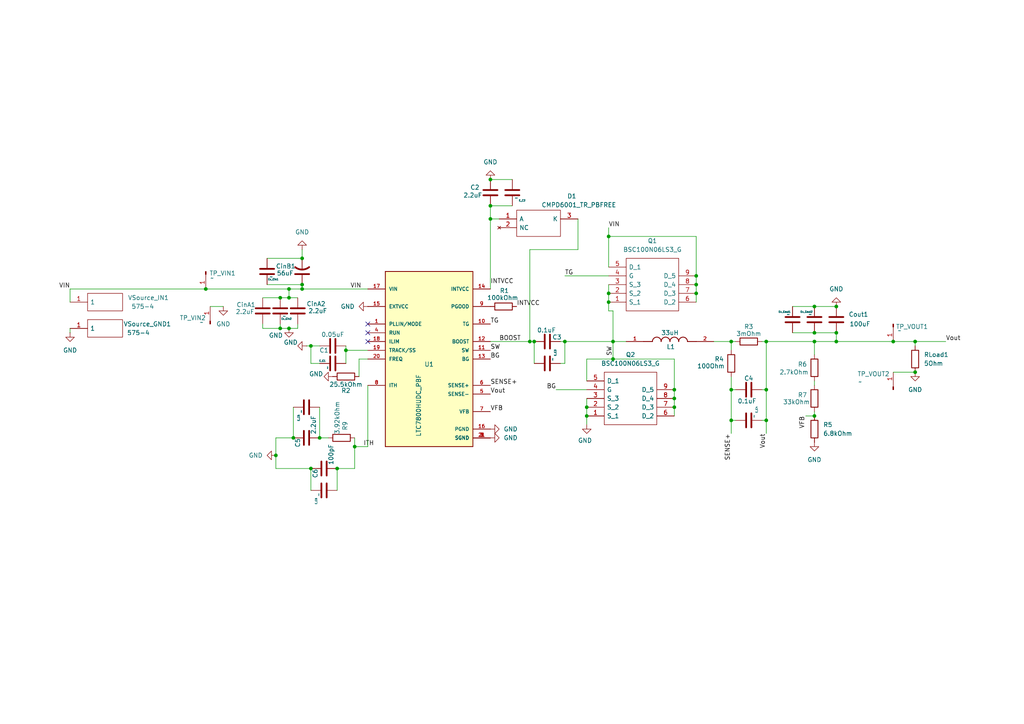
<source format=kicad_sch>
(kicad_sch (version 20250114) (generator "eeschema") (generator_version "9.0")
  (paper "A4")
  (lib_symbols
    (symbol "575-4:575-4" (pin_names (offset 0.762))
      (property "Reference" "TP" (at 16.51 7.62 0))
      (property "Value" "575-4" (at 16.51 5.08 0))
      (symbol "575-4_0_0"
        (pin passive line (at 0 0 0) (length 5.08) (name "1") (number "1"))
      )
      (symbol "575-4_0_1"
        (polyline (pts (xy 5.08 2.54) (xy 15.24 2.54) (xy 15.24 -2.54) (xy 5.08 -2.54) (xy 5.08 2.54)) (stroke (width 0.1524)))
      )
    )
    (symbol "BSC100N06LS3_G:BSC100N06LS3_G" (pin_names (offset 0.762))
      (property "Reference" "Q" (at 21.59 7.62 0))
      (property "Value" "BSC100N06LS3_G" (at 21.59 5.08 0))
      (symbol "BSC100N06LS3_G_0_0"
        (pin passive line (at 0 0 0) (length 5.08) (name "S_1") (number "1"))
        (pin passive line (at 0 -2.54 0) (length 5.08) (name "S_2") (number "2"))
        (pin passive line (at 0 -5.08 0) (length 5.08) (name "S_3") (number "3"))
        (pin passive line (at 0 -7.62 0) (length 5.08) (name "G") (number "4"))
        (pin passive line (at 0 -10.16 0) (length 5.08) (name "D_1") (number "5"))
        (pin passive line (at 25.4 0 180) (length 5.08) (name "D_2") (number "6"))
        (pin passive line (at 25.4 -2.54 180) (length 5.08) (name "D_3") (number "7"))
        (pin passive line (at 25.4 -5.08 180) (length 5.08) (name "D_4") (number "8"))
        (pin passive line (at 25.4 -7.62 180) (length 5.08) (name "D_5") (number "9"))
      )
      (symbol "BSC100N06LS3_G_0_1"
        (polyline (pts (xy 5.08 2.54) (xy 20.32 2.54) (xy 20.32 -12.7) (xy 5.08 -12.7) (xy 5.08 2.54)) (stroke (width 0.1524)))
      )
    )
    (symbol "CMPD6001_TR_PBFREE:CMPD6001_TR_PBFREE" (pin_names (offset 0.762))
      (property "Reference" "D" (at 19.05 7.62 0))
      (property "Value" "CMPD6001_TR_PBFREE" (at 19.05 5.08 0))
      (symbol "CMPD6001_TR_PBFREE_0_0"
        (pin passive line (at 0 0 0) (length 5.08) (name "A") (number "1"))
        (pin no_connect line (at 0 -2.54 0) (length 5.08) (name "NC") (number "2"))
        (pin passive line (at 22.86 0 180) (length 5.08) (name "K") (number "3"))
      )
      (symbol "CMPD6001_TR_PBFREE_0_1"
        (polyline (pts (xy 5.08 2.54) (xy 17.78 2.54) (xy 17.78 -5.08) (xy 5.08 -5.08) (xy 5.08 2.54)) (stroke (width 0.1524)))
      )
    )
    (symbol "Connector:Conn_01x01_Pin" (pin_names (offset 1.016) (hide yes))
      (property "Reference" "J" (at 0 2.54 0))
      (property "Value" "Conn_01x01_Pin" (at 0 -2.54 0))
      (symbol "Conn_01x01_Pin_1_1"
        (rectangle (start 0.8636 0.127) (end 0 -0.127) (stroke (width 0.1524)) (fill (type outline)))
        (polyline (pts (xy 1.27 0) (xy 0.8636 0)) (stroke (width 0.1524)))
        (pin passive line (at 5.08 0 180) (length 3.81) (name "Pin_1") (number "1"))
      )
    )
    (symbol "Device:C" (pin_numbers (hide yes)) (pin_names (offset 0.254))
      (property "Reference" "C" (at 0.635 2.54 0))
      (property "Value" "C" (at 0.635 -2.54 0))
      (symbol "C_0_1"
        (polyline (pts (xy -2.032 0.762) (xy 2.032 0.762)) (stroke (width 0.508)))
        (polyline (pts (xy -2.032 -0.762) (xy 2.032 -0.762)) (stroke (width 0.508)))
      )
      (symbol "C_1_1"
        (pin passive line (at 0 3.81 270) (length 2.794) (name "~") (number "1"))
        (pin passive line (at 0 -3.81 90) (length 2.794) (name "~") (number "2"))
      )
    )
    (symbol "Device:C_US" (pin_numbers (hide yes)) (pin_names (offset 0.254) (hide yes))
      (property "Reference" "C" (at 0.635 2.54 0))
      (property "Value" "C_US" (at 0.635 -2.54 0))
      (symbol "C_US_0_1"
        (polyline (pts (xy -2.032 0.762) (xy 2.032 0.762)) (stroke (width 0.508)))
        (arc (start -2.032 -1.27) (mid 0 -0.5572) (end 2.032 -1.27) (stroke (width 0.508)))
      )
      (symbol "C_US_1_1"
        (pin passive line (at 0 3.81 270) (length 2.794) (name "~") (number "1"))
        (pin passive line (at 0 -3.81 90) (length 3.302) (name "~") (number "2"))
      )
    )
    (symbol "Device:R" (pin_numbers (hide yes)) (pin_names (offset 0))
      (property "Reference" "R" (at 2.032 0 90))
      (property "Value" "R" (at 0 0 90))
      (symbol "R_0_1"
        (rectangle (start -1.016 -2.54) (end 1.016 2.54) (stroke (width 0.254)))
      )
      (symbol "R_1_1"
        (pin passive line (at 0 3.81 270) (length 1.27) (name "~") (number "1"))
        (pin passive line (at 0 -3.81 90) (length 1.27) (name "~") (number "2"))
      )
    )
    (symbol "LTC7800HUDC_PBF:LTC7800HUDC_PBF" (pin_names (offset 1.016))
      (property "Reference" "U" (at -12.7145 26.1919 0))
      (property "Value" "LTC7800HUDC_PBF" (at -12.7165 -27.9764 0))
      (symbol "LTC7800HUDC_PBF_0_0"
        (rectangle (start -12.7 -25.4) (end 12.7 25.4) (stroke (width 0.254)) (fill (type background)))
        (pin input line (at -17.78 20.32 0) (length 5.08) (name "VIN") (number "17"))
        (pin input line (at -17.78 15.24 0) (length 5.08) (name "EXTVCC") (number "15"))
        (pin input line (at -17.78 10.16 0) (length 5.08) (name "PLLIN/MODE") (number "1"))
        (pin input line (at -17.78 7.62 0) (length 5.08) (name "RUN") (number "4"))
        (pin input line (at -17.78 5.08 0) (length 5.08) (name "ILIM") (number "18"))
        (pin input line (at -17.78 2.54 0) (length 5.08) (name "TRACK/SS") (number "19"))
        (pin input line (at -17.78 0 0) (length 5.08) (name "FREQ") (number "20"))
        (pin passive line (at -17.78 -7.62 0) (length 5.08) (name "ITH") (number "8"))
        (pin output line (at 17.78 20.32 180) (length 5.08) (name "INTVCC") (number "14"))
        (pin output line (at 17.78 15.24 180) (length 5.08) (name "PGOOD") (number "9"))
        (pin output line (at 17.78 10.16 180) (length 5.08) (name "TG") (number "10"))
        (pin passive line (at 17.78 5.08 180) (length 5.08) (name "BOOST") (number "12"))
        (pin passive line (at 17.78 2.54 180) (length 5.08) (name "SW") (number "11"))
        (pin output line (at 17.78 0 180) (length 5.08) (name "BG") (number "13"))
        (pin input line (at 17.78 -7.62 180) (length 5.08) (name "SENSE+") (number "6"))
        (pin input line (at 17.78 -10.16 180) (length 5.08) (name "SENSE-") (number "5"))
        (pin input line (at 17.78 -15.24 180) (length 5.08) (name "VFB") (number "7"))
        (pin power_in line (at 17.78 -20.32 180) (length 5.08) (name "PGND") (number "16"))
        (pin power_in line (at 17.78 -22.86 180) (length 5.08) (name "SGND") (number "2"))
        (pin power_in line (at 17.78 -22.86 180) (length 5.08) (name "SGND") (number "21"))
        (pin power_in line (at 17.78 -22.86 180) (length 5.08) (name "SGND") (number "3"))
      )
    )
    (symbol "XGL1010-333MED:XGL1010-333MED" (pin_names (offset 1.016))
      (property "Reference" "L" (at -10.16 7.62 0))
      (property "Value" "XGL1010-333MED" (at -10.16 5.08 0))
      (symbol "XGL1010-333MED_0_0"
        (polyline (pts (xy -5.08 0) (xy -7.62 0)) (stroke (width 0.254)))
        (arc (start -5.08 0) (mid -3.81 1.2645) (end -2.54 0) (stroke (width 0.254)))
        (arc (start -2.54 0) (mid -1.27 1.2645) (end 0 0) (stroke (width 0.254)))
        (arc (start 0 0) (mid 1.27 1.2645) (end 2.54 0) (stroke (width 0.254)))
        (arc (start 2.54 0) (mid 3.81 1.2645) (end 5.08 0) (stroke (width 0.254)))
        (polyline (pts (xy 5.08 0) (xy 7.62 0)) (stroke (width 0.254)))
        (pin passive line (at -12.7 0 0) (length 5.08) (name "~") (number "1"))
        (pin passive line (at 12.7 0 180) (length 5.08) (name "~") (number "2"))
      )
    )
    (symbol "power:GND" (power) (pin_numbers (hide yes)) (pin_names (offset 0) (hide yes))
      (property "Value" "GND" (at 0 -3.81 0))
      (symbol "GND_0_1"
        (polyline (pts (xy 0 0) (xy 0 -1.27) (xy 1.27 -1.27) (xy 0 -2.54) (xy -1.27 -1.27) (xy 0 -1.27)))
      )
      (symbol "GND_1_1"
        (pin power_in line (at 0 0 270) (length 0) (name "~") (number "1"))
      )
    )
  )
  (junction (at 212.09 121.92))
  (junction (at 242.57 96.52))
  (junction (at 201.93 80.01))
  (junction (at 83.82 86.36))
  (junction (at 259.08 99.06))
  (junction (at 142.24 63.5))
  (junction (at 142.24 59.69))
  (junction (at 90.17 100.33))
  (junction (at 195.58 115.57))
  (junction (at 236.22 99.06))
  (junction (at 222.25 113.03))
  (junction (at 265.43 107.95))
  (junction (at 97.79 135.89))
  (junction (at 195.58 118.11))
  (junction (at 100.33 101.6))
  (junction (at 90.17 135.89))
  (junction (at 265.43 99.06))
  (junction (at 170.18 118.11))
  (junction (at 177.8 99.06))
  (junction (at 170.18 120.65))
  (junction (at 59.69 83.82))
  (junction (at 222.25 121.92))
  (junction (at 83.82 83.82))
  (junction (at 212.09 99.06))
  (junction (at 83.82 95.25))
  (junction (at 176.53 85.09))
  (junction (at 236.22 96.52))
  (junction (at 176.53 68.58))
  (junction (at 87.63 82.55))
  (junction (at 154.94 99.06))
  (junction (at 102.87 129.54))
  (junction (at 87.63 74.93))
  (junction (at 163.83 99.06))
  (junction (at 236.22 88.9))
  (junction (at 176.53 87.63))
  (junction (at 87.63 83.82))
  (junction (at 195.58 113.03))
  (junction (at 201.93 85.09))
  (junction (at 92.71 127))
  (junction (at 201.93 82.55))
  (junction (at 80.01 132.08))
  (junction (at 85.09 127))
  (junction (at 242.57 88.9))
  (junction (at 212.09 113.03))
  (junction (at 236.22 120.65))
  (junction (at 81.28 95.25))
  (junction (at 142.24 52.07))
  (junction (at 222.25 99.06))
  (junction (at 242.57 99.06))
  (junction (at 153.67 99.06))
  (junction (at 177.8 104.14))
  (junction (at 81.28 86.36))
  (no_connect (at 106.68 99.06))
  (no_connect (at 106.68 93.98))
  (no_connect (at 106.68 96.52))
  (wire (pts (xy 81.28 93.98) (xy 81.28 95.25)))
  (wire (pts (xy 207.01 99.06) (xy 212.09 99.06)))
  (wire (pts (xy 81.28 95.25) (xy 83.82 95.25)))
  (wire (pts (xy 142.24 63.5) (xy 142.24 83.82)))
  (wire (pts (xy 76.2 95.25) (xy 81.28 95.25)))
  (wire (pts (xy 167.64 72.39) (xy 153.67 72.39)))
  (wire (pts (xy 242.57 96.52) (xy 242.57 99.06)))
  (wire (pts (xy 104.14 104.14) (xy 106.68 104.14)))
  (wire (pts (xy 265.43 99.06) (xy 265.43 100.33)))
  (wire (pts (xy 201.93 80.01) (xy 201.93 82.55)))
  (wire (pts (xy 102.87 129.54) (xy 106.68 129.54)))
  (wire (pts (xy 20.32 83.82) (xy 20.32 87.63)))
  (wire (pts (xy 80.01 127) (xy 85.09 127)))
  (wire (pts (xy 176.53 66.04) (xy 176.53 68.58)))
  (wire (pts (xy 81.28 86.36) (xy 83.82 86.36)))
  (wire (pts (xy 222.25 99.06) (xy 236.22 99.06)))
  (wire (pts (xy 212.09 109.22) (xy 212.09 113.03)))
  (wire (pts (xy 222.25 121.92) (xy 222.25 125.73)))
  (wire (pts (xy 170.18 118.11) (xy 170.18 115.57)))
  (wire (pts (xy 90.17 100.33) (xy 92.71 100.33)))
  (wire (pts (xy 142.24 59.69) (xy 148.59 59.69)))
  (wire (pts (xy 106.68 129.54) (xy 106.68 111.76)))
  (wire (pts (xy 90.17 105.41) (xy 90.17 100.33)))
  (wire (pts (xy 212.09 121.92) (xy 212.09 125.73)))
  (wire (pts (xy 167.64 63.5) (xy 167.64 72.39)))
  (wire (pts (xy 76.2 86.36) (xy 81.28 86.36)))
  (wire (pts (xy 88.9 100.33) (xy 90.17 100.33)))
  (wire (pts (xy 201.93 80.01) (xy 201.93 68.58)))
  (wire (pts (xy 265.43 99.06) (xy 274.32 99.06)))
  (wire (pts (xy 176.53 82.55) (xy 176.53 85.09)))
  (wire (pts (xy 236.22 110.49) (xy 236.22 111.76)))
  (wire (pts (xy 212.09 121.92) (xy 213.36 121.92)))
  (wire (pts (xy 229.87 88.9) (xy 236.22 88.9)))
  (wire (pts (xy 87.63 83.82) (xy 106.68 83.82)))
  (wire (pts (xy 220.98 113.03) (xy 222.25 113.03)))
  (wire (pts (xy 176.53 90.17) (xy 177.8 90.17)))
  (wire (pts (xy 212.09 113.03) (xy 213.36 113.03)))
  (wire (pts (xy 60.96 88.9) (xy 64.77 88.9)))
  (wire (pts (xy 92.71 127) (xy 95.25 127)))
  (wire (pts (xy 100.33 101.6) (xy 106.68 101.6)))
  (wire (pts (xy 102.87 129.54) (xy 102.87 135.89)))
  (wire (pts (xy 83.82 83.82) (xy 87.63 83.82)))
  (wire (pts (xy 170.18 120.65) (xy 170.18 123.19)))
  (wire (pts (xy 212.09 99.06) (xy 212.09 101.6)))
  (wire (pts (xy 220.98 99.06) (xy 222.25 99.06)))
  (wire (pts (xy 176.53 87.63) (xy 176.53 90.17)))
  (wire (pts (xy 162.56 105.41) (xy 163.83 105.41)))
  (wire (pts (xy 87.63 72.39) (xy 87.63 74.93)))
  (wire (pts (xy 59.69 83.82) (xy 83.82 83.82)))
  (wire (pts (xy 220.98 121.92) (xy 222.25 121.92)))
  (wire (pts (xy 83.82 83.82) (xy 83.82 86.36)))
  (wire (pts (xy 80.01 132.08) (xy 80.01 127)))
  (wire (pts (xy 83.82 95.25) (xy 86.36 95.25)))
  (wire (pts (xy 86.36 95.25) (xy 86.36 93.98)))
  (wire (pts (xy 77.47 74.93) (xy 87.63 74.93)))
  (wire (pts (xy 222.25 99.06) (xy 222.25 113.03)))
  (wire (pts (xy 76.2 95.25) (xy 76.2 93.98)))
  (wire (pts (xy 236.22 99.06) (xy 242.57 99.06)))
  (wire (pts (xy 80.01 132.08) (xy 80.01 135.89)))
  (wire (pts (xy 80.01 135.89) (xy 90.17 135.89)))
  (wire (pts (xy 154.94 99.06) (xy 154.94 105.41)))
  (wire (pts (xy 142.24 99.06) (xy 153.67 99.06)))
  (wire (pts (xy 170.18 110.49) (xy 170.18 104.14)))
  (wire (pts (xy 242.57 99.06) (xy 259.08 99.06)))
  (wire (pts (xy 195.58 113.03) (xy 195.58 104.14)))
  (wire (pts (xy 97.79 135.89) (xy 97.79 142.24)))
  (wire (pts (xy 170.18 104.14) (xy 177.8 104.14)))
  (wire (pts (xy 90.17 135.89) (xy 90.17 142.24)))
  (wire (pts (xy 177.8 99.06) (xy 177.8 90.17)))
  (wire (pts (xy 170.18 120.65) (xy 170.18 118.11)))
  (wire (pts (xy 154.94 99.06) (xy 153.67 99.06)))
  (wire (pts (xy 20.32 95.25) (xy 20.32 96.52)))
  (wire (pts (xy 236.22 99.06) (xy 236.22 102.87)))
  (wire (pts (xy 176.53 68.58) (xy 201.93 68.58)))
  (wire (pts (xy 142.24 63.5) (xy 144.78 63.5)))
  (wire (pts (xy 163.83 80.01) (xy 176.53 80.01)))
  (wire (pts (xy 259.08 107.95) (xy 265.43 107.95)))
  (wire (pts (xy 195.58 115.57) (xy 195.58 118.11)))
  (wire (pts (xy 236.22 88.9) (xy 242.57 88.9)))
  (wire (pts (xy 142.24 59.69) (xy 142.24 63.5)))
  (wire (pts (xy 259.08 99.06) (xy 265.43 99.06)))
  (wire (pts (xy 83.82 86.36) (xy 86.36 86.36)))
  (wire (pts (xy 212.09 99.06) (xy 213.36 99.06)))
  (wire (pts (xy 229.87 96.52) (xy 236.22 96.52)))
  (wire (pts (xy 77.47 82.55) (xy 87.63 82.55)))
  (wire (pts (xy 233.68 120.65) (xy 236.22 120.65)))
  (wire (pts (xy 176.53 68.58) (xy 176.53 77.47)))
  (wire (pts (xy 163.83 99.06) (xy 177.8 99.06)))
  (wire (pts (xy 195.58 113.03) (xy 195.58 115.57)))
  (wire (pts (xy 100.33 101.6) (xy 100.33 105.41)))
  (wire (pts (xy 177.8 99.06) (xy 181.61 99.06)))
  (wire (pts (xy 162.56 99.06) (xy 163.83 99.06)))
  (wire (pts (xy 161.29 113.03) (xy 170.18 113.03)))
  (wire (pts (xy 222.25 113.03) (xy 222.25 121.92)))
  (wire (pts (xy 212.09 113.03) (xy 212.09 121.92)))
  (wire (pts (xy 92.71 105.41) (xy 90.17 105.41)))
  (wire (pts (xy 236.22 96.52) (xy 242.57 96.52)))
  (wire (pts (xy 153.67 72.39) (xy 153.67 99.06)))
  (wire (pts (xy 195.58 118.11) (xy 195.58 120.65)))
  (wire (pts (xy 87.63 82.55) (xy 87.63 83.82)))
  (wire (pts (xy 104.14 109.22) (xy 104.14 104.14)))
  (wire (pts (xy 102.87 127) (xy 102.87 129.54)))
  (wire (pts (xy 100.33 100.33) (xy 100.33 101.6)))
  (wire (pts (xy 97.79 135.89) (xy 102.87 135.89)))
  (wire (pts (xy 85.09 118.11) (xy 85.09 127)))
  (wire (pts (xy 195.58 104.14) (xy 177.8 104.14)))
  (wire (pts (xy 142.24 52.07) (xy 148.59 52.07)))
  (wire (pts (xy 201.93 85.09) (xy 201.93 87.63)))
  (wire (pts (xy 176.53 85.09) (xy 176.53 87.63)))
  (wire (pts (xy 236.22 119.38) (xy 236.22 120.65)))
  (wire (pts (xy 92.71 118.11) (xy 92.71 127)))
  (wire (pts (xy 20.32 83.82) (xy 59.69 83.82)))
  (wire (pts (xy 163.83 105.41) (xy 163.83 99.06)))
  (wire (pts (xy 177.8 99.06) (xy 177.8 104.14)))
  (wire (pts (xy 201.93 82.55) (xy 201.93 85.09)))
  (label "BOOST" (at 144.78 99.06 0))
  (label "SENSE+" (at 212.09 125.73 270))
  (label "SENSE+" (at 142.24 111.76 0))
  (label "INTVCC" (at 142.24 82.55 0))
  (label "Vout" (at 274.32 99.06 0))
  (label "VIN" (at 101.6 83.82 0))
  (label "TG" (at 163.83 80.01 0))
  (label "BG" (at 142.24 104.14 0))
  (label "VFB" (at 142.24 119.38 0))
  (label "VIN" (at 20.32 83.82 180))
  (label "VIN" (at 176.53 66.04 0))
  (label "TG" (at 142.24 93.98 0))
  (label "VFB" (at 233.68 120.65 270))
  (label "ITH" (at 105.41 129.54 0))
  (label "SW" (at 142.24 101.6 0))
  (label "Vout" (at 142.24 114.3 0))
  (label "BG" (at 161.29 113.03 180))
  (label "INTVCC" (at 149.86 88.9 0))
  (label "Vout" (at 222.25 125.73 270))
  (label "SW" (at 177.8 100.33 270))
  (symbol (lib_id "Device:C") (at 88.9 118.11 90) (unit 1)
    (property "Reference" "E_C5" (at 86.614 122.174 0) (effects (font (size 0.508 0.508)) (justify left)))
    (property "Value" "~" (at 87.376 119.888 0) (effects (justify left)))
    (property "Footprint" "Capacitor_SMD:C_0805_2012Metric_Pad1.18x1.45mm_HandSolder" (effects (hide yes)))
    (property "Description" "Unpolarized capacitor" (effects (hide yes)))
  )
  (symbol (lib_id "CMPD6001_TR_PBFREE:CMPD6001_TR_PBFREE") (at 144.78 63.5 0) (unit 1)
    (property "Reference" "D1" (at 165.862 56.896 0))
    (property "Value" "CMPD6001_TR_PBFREE" (at 167.894 59.436 0))
    (property "Footprint" "Diode_SMD:SOT95P230X109-3N" (effects (hide yes)))
    (property "Datasheet" "https://my.centralsemi.com/datasheets/CMPD6001-A-C-S_R1.PDF" (effects (hide yes)))
    (property "Description" "Diode 75 V 250mA Surface Mount SOT-23" (effects (hide yes)))
    (property "Description_1" "Diode 75 V 250mA Surface Mount SOT-23" (effects (hide yes)))
    (property "Height" "1.09" (effects (hide yes)))
    (property "Manufacturer_Name" "Central Semiconductor" (effects (hide yes)))
    (property "Manufacturer_Part_Number" "CMPD6001 TR PBFREE" (effects (hide yes)))
    (property "Mouser Part Number" "610-CMPD6001" (effects (hide yes)))
    (property "Mouser Price/Stock" "https://www.mouser.co.uk/ProductDetail/Central-Semiconductor/CMPD6001-TR-PBFREE?qs=u16ybLDytRYCeZzXsIxPrw%3D%3D" (effects (hide yes)))
    (property "Arrow Part Number" "CMPD6001 TR PBFREE" (effects (hide yes)))
    (property "Arrow Price/Stock" "https://www.arrow.com/en/products/cmpd6001trpbfree/central-semiconductor" (effects (hide yes)))
  )
  (symbol (lib_id "power:GND") (at 106.68 88.9 270) (unit 1)
    (property "Reference" "#PWR06" (effects (hide yes)))
    (property "Value" "GND" (at 102.87 88.8999 90) (effects (justify right)))
    (property "Description" "Power symbol creates a global label with name \"GND\" , ground" (effects (hide yes)))
  )
  (symbol (lib_id "Device:C") (at 96.52 105.41 90) (unit 1)
    (property "Reference" "E_C1" (at 94.488 104.648 90) (effects (font (size 0.508 0.508)) (justify left)))
    (property "Value" "~" (at 94.996 107.188 0) (effects (justify left)))
    (property "Footprint" "Capacitor_SMD:C_0805_2012Metric_Pad1.18x1.45mm_HandSolder" (effects (hide yes)))
    (property "Description" "Unpolarized capacitor" (effects (hide yes)))
  )
  (symbol (lib_id "Connector:Conn_01x01_Pin") (at 259.08 113.03 90) (unit 1)
    (property "Reference" "TP_VOUT2" (at 248.666 108.458 90) (effects (justify right)))
    (property "Value" "~" (at 248.92 110.744 90) (effects (justify right)))
    (property "Footprint" "Connector_PinHeader_2.54mm:PinHeader_1x01_P2.54mm_Vertical" (effects (hide yes)))
    (property "Description" "Generic connector, single row, 01x01, script generated" (effects (hide yes)))
  )
  (symbol (lib_id "Connector:Conn_01x01_Pin") (at 259.08 93.98 270) (unit 1)
    (property "Reference" "TP_VOUT1" (at 259.842 94.742 90) (effects (justify left)))
    (property "Value" "~" (at 260.35 95.8849 90) (effects (justify left)))
    (property "Footprint" "Connector_PinHeader_2.54mm:PinHeader_1x01_P2.54mm_Vertical" (effects (hide yes)))
    (property "Description" "Generic connector, single row, 01x01, script generated" (effects (hide yes)))
  )
  (symbol (lib_id "Device:C") (at 81.28 90.17 180) (unit 1)
    (property "Reference" "Ex_Cin2" (at 84.582 92.456 0) (effects (font (size 0.508 0.508)) (justify left)))
    (property "Value" "~" (at 83.058 91.694 0) (effects (justify left)))
    (property "Footprint" "Capacitor_SMD:C_0805_2012Metric_Pad1.18x1.45mm_HandSolder" (effects (hide yes)))
    (property "Description" "Unpolarized capacitor" (effects (hide yes)))
  )
  (symbol (lib_id "Device:R") (at 212.09 105.41 0) (unit 1)
    (property "Reference" "R4" (at 207.264 104.14 0) (effects (justify left)))
    (property "Value" "100Ohm" (at 202.184 106.172 0) (effects (justify left)))
    (property "Footprint" "Resistor_SMD:R_0201_0603Metric_Pad0.64x0.40mm_HandSolder" (effects (hide yes)))
    (property "Description" "Resistor" (effects (hide yes)))
  )
  (symbol (lib_id "power:GND") (at 83.82 95.25 0) (unit 1)
    (property "Reference" "#PWR07" (effects (hide yes)))
    (property "Value" "GND" (at 80.01 97.282 0))
    (property "Description" "Power symbol creates a global label with name \"GND\" , ground" (effects (hide yes)))
  )
  (symbol (lib_id "Device:R") (at 217.17 99.06 90) (unit 1)
    (property "Reference" "R3" (at 217.17 94.742 90))
    (property "Value" "3mOhm" (at 217.17 96.774 90))
    (property "Footprint" "Resistor_SMD:R_0201_0603Metric_Pad0.64x0.40mm_HandSolder" (effects (hide yes)))
    (property "Description" "Resistor" (effects (hide yes)))
  )
  (symbol (lib_id "Device:R") (at 236.22 106.68 0) (unit 1)
    (property "Reference" "R6" (at 231.394 105.664 0) (effects (justify left)))
    (property "Value" "2.7kOhm" (at 226.06 107.95 0) (effects (justify left)))
    (property "Footprint" "Resistor_SMD:R_0201_0603Metric_Pad0.64x0.40mm_HandSolder" (effects (hide yes)))
    (property "Description" "Resistor" (effects (hide yes)))
  )
  (symbol (lib_id "power:GND") (at 236.22 128.27 0) (unit 1)
    (property "Reference" "#PWR012" (effects (hide yes)))
    (property "Value" "GND" (at 236.22 133.35 0))
    (property "Description" "Power symbol creates a global label with name \"GND\" , ground" (effects (hide yes)))
  )
  (symbol (lib_id "Device:C") (at 158.75 99.06 90) (unit 1)
    (property "Reference" "C3" (at 161.544 97.79 90))
    (property "Value" "0.1uF" (at 158.496 95.758 90))
    (property "Footprint" "Capacitor_SMD:C_0805_2012Metric_Pad1.18x1.45mm_HandSolder" (effects (hide yes)))
    (property "Description" "Unpolarized capacitor" (effects (hide yes)))
  )
  (symbol (lib_id "BSC100N06LS3_G:BSC100N06LS3_G") (at 176.53 87.63 0) (mirror x) (unit 1)
    (property "Reference" "Q1" (at 189.23 69.85 0))
    (property "Value" "BSC100N06LS3_G" (at 189.23 72.39 0))
    (property "Footprint" "XT60PW-M:BSC100N06LS3G" (effects (hide yes)))
    (property "Datasheet" "https://www.mouser.cn/datasheet/2/196/Infineon-BSC100N06LS3-DS-v02_03-en-1225571.pdf" (effects (hide yes)))
    (property "Description" "MOSFET N-Ch 60V 50A TDSON-8 OptiMOS 3" (effects (hide yes)))
    (property "Description_1" "MOSFET N-Ch 60V 50A TDSON-8 OptiMOS 3" (effects (hide yes)))
    (property "Height" "1.1" (effects (hide yes)))
    (property "Manufacturer_Name" "Infineon" (effects (hide yes)))
    (property "Manufacturer_Part_Number" "BSC100N06LS3 G" (effects (hide yes)))
    (property "Mouser Part Number" "726-BSC100N06LS3G" (effects (hide yes)))
    (property "Mouser Price/Stock" "https://www.mouser.co.uk/ProductDetail/Infineon-Technologies/BSC100N06LS3-G?qs=wK%252BoHS4yu57c7s635lvXlg%3D%3D" (effects (hide yes)))
  )
  (symbol (lib_id "power:GND") (at 87.63 72.39 180) (unit 1)
    (property "Reference" "#PWR09" (effects (hide yes)))
    (property "Value" "GND" (at 87.63 67.31 0))
    (property "Description" "Power symbol creates a global label with name \"GND\" , ground" (effects (hide yes)))
  )
  (symbol (lib_id "Device:C") (at 242.57 92.71 180) (unit 1)
    (property "Reference" "Cout1" (at 246.126 91.186 0) (effects (justify right)))
    (property "Value" "100uF" (at 246.38 93.9799 0) (effects (justify right)))
    (property "Footprint" "Capacitor_SMD:C_0805_2012Metric_Pad1.18x1.45mm_HandSolder" (effects (hide yes)))
    (property "Description" "Unpolarized capacitor" (effects (hide yes)))
  )
  (symbol (lib_id "Device:C") (at 148.59 55.88 180) (unit 1)
    (property "Reference" "E_C2" (at 152.4 58.166 0) (effects (font (size 0.508 0.508)) (justify left)))
    (property "Value" "~" (at 150.368 57.404 0) (effects (justify left)))
    (property "Footprint" "Capacitor_SMD:C_0805_2012Metric_Pad1.18x1.45mm_HandSolder" (effects (hide yes)))
    (property "Description" "Unpolarized capacitor" (effects (hide yes)))
  )
  (symbol (lib_id "Device:R") (at 236.22 115.57 0) (unit 1)
    (property "Reference" "R7" (at 231.394 114.554 0) (effects (justify left)))
    (property "Value" "33kOhm" (at 227.076 116.586 0) (effects (justify left)))
    (property "Footprint" "Resistor_SMD:R_0201_0603Metric_Pad0.64x0.40mm_HandSolder" (effects (hide yes)))
    (property "Description" "Resistor" (effects (hide yes)))
  )
  (symbol (lib_id "Device:C") (at 96.52 100.33 90) (unit 1)
    (property "Reference" "C1" (at 93.98 101.6 90))
    (property "Value" "0.05uF" (at 96.52 97.028 90))
    (property "Footprint" "Capacitor_SMD:C_0805_2012Metric_Pad1.18x1.45mm_HandSolder" (effects (hide yes)))
    (property "Description" "Unpolarized capacitor" (effects (hide yes)))
  )
  (symbol (lib_id "Connector:Conn_01x01_Pin") (at 59.69 78.74 270) (unit 1)
    (property "Reference" "TP_VIN1" (at 60.706 79.248 90) (effects (justify left)))
    (property "Value" "~" (at 60.96 80.6449 90) (effects (justify left)))
    (property "Footprint" "Connector_PinHeader_2.54mm:PinHeader_1x01_P2.54mm_Vertical" (effects (hide yes)))
    (property "Description" "Generic connector, single row, 01x01, script generated" (effects (hide yes)))
  )
  (symbol (lib_id "Device:C") (at 217.17 121.92 270) (unit 1)
    (property "Reference" "E_C4" (at 219.456 117.856 0) (effects (font (size 0.508 0.508)) (justify left)))
    (property "Value" "~" (at 218.694 120.142 0) (effects (justify left)))
    (property "Footprint" "Capacitor_SMD:C_0805_2012Metric_Pad1.18x1.45mm_HandSolder" (effects (hide yes)))
    (property "Description" "Unpolarized capacitor" (effects (hide yes)))
  )
  (symbol (lib_id "Device:C") (at 76.2 90.17 0) (unit 1)
    (property "Reference" "CinA1" (at 68.58 88.392 0) (effects (justify left)))
    (property "Value" "2.2uF" (at 68.326 90.424 0) (effects (justify left)))
    (property "Footprint" "Capacitor_SMD:C_0805_2012Metric_Pad1.18x1.45mm_HandSolder" (effects (hide yes)))
    (property "Description" "Unpolarized capacitor" (effects (hide yes)))
  )
  (symbol (lib_id "Device:C") (at 93.98 135.89 90) (unit 1)
    (property "Reference" "C6" (at 91.44 138.684 0) (effects (justify left)))
    (property "Value" "100pF" (at 96.012 134.874 0) (effects (justify left)))
    (property "Footprint" "Capacitor_SMD:C_0805_2012Metric_Pad1.18x1.45mm_HandSolder" (effects (hide yes)))
    (property "Description" "Unpolarized capacitor" (effects (hide yes)))
  )
  (symbol (lib_id "Device:R") (at 236.22 124.46 0) (unit 1)
    (property "Reference" "R5" (at 238.76 123.1899 0) (effects (justify left)))
    (property "Value" "6.8kOhm" (at 238.76 125.7299 0) (effects (justify left)))
    (property "Footprint" "Resistor_SMD:R_0201_0603Metric_Pad0.64x0.40mm_HandSolder" (effects (hide yes)))
    (property "Description" "Resistor" (effects (hide yes)))
  )
  (symbol (lib_id "Device:C_US") (at 87.63 78.74 180) (unit 1)
    (property "Reference" "CinB1" (at 80.01 77.216 0) (effects (justify right)))
    (property "Value" "56uF" (at 80.264 79.248 0) (effects (justify right)))
    (property "Footprint" "Capacitor_SMD:C_0805_2012Metric_Pad1.18x1.45mm_HandSolder" (effects (hide yes)))
    (property "Description" "capacitor, US symbol" (effects (hide yes)))
  )
  (symbol (lib_id "Device:R") (at 265.43 104.14 0) (unit 1)
    (property "Reference" "RLoad1" (at 267.97 102.8699 0) (effects (justify left)))
    (property "Value" "5Ohm" (at 267.97 105.4099 0) (effects (justify left)))
    (property "Footprint" "Resistor_SMD:R_0201_0603Metric_Pad0.64x0.40mm_HandSolder" (effects (hide yes)))
    (property "Description" "Resistor" (effects (hide yes)))
  )
  (symbol (lib_id "LTC7800HUDC_PBF:LTC7800HUDC_PBF") (at 124.46 104.14 0) (unit 1)
    (property "Reference" "U1" (at 124.46 105.664 0))
    (property "Value" "LTC7800HUDC_PBF" (at 121.412 117.602 90))
    (property "Footprint" "Package_DFN_QFN:QFN50P400X300X80-21N" (effects (hide yes)))
    (property "MF" "Analog Devices" (effects (hide yes)))
    (property "Description_1" "The LTC7800 is a high performance step-down switching regulator DC/DC controller that drives an all N-channel synchronous power MOSFET stage. A constant frequency current mode architecture allows a phase-lockable frequency of up to 2.25MHz. The 50μA no-load quiescent current extends operating run time in battery-powered systems. OPTI-LOOP® compensation allows the transient response to be optimized over a wide range of output capacitance and ESR values. The LTC7800 features a precision 0.8V reference and power good output indicator. A wide 4V to 60V input supply range encompasses a wide range of intermediate bus voltages and battery chemistries. The output voltage of the LTC7800 can be programmed between 0.8V to 24V. The TRACK/SS pin ramps the output voltages during start-up. Current foldback limits MOSFET heat dissipation during short-circuit conditions. The PLLIN/MODE pin selects among Burst Mode operation, pulse-skipping mode, or continuous conduction mode at light loads. Applications Automotive Always-On Systems Battery Powered Digital Devices Distributed DC Power Systems" (effects (hide yes)))
    (property "Package" "WFQFN-20 Analog Devices" (effects (hide yes)))
    (property "Price" "None" (effects (hide yes)))
    (property "Check_prices" "https://www.snapeda.com/parts/LTC7800HUDC%23PBF/Analog+Devices/view-part/?ref=eda" (effects (hide yes)))
    (property "STANDARD" "IPC-7351B" (effects (hide yes)))
    (property "SnapEDA_Link" "https://www.snapeda.com/parts/LTC7800HUDC%23PBF/Analog+Devices/view-part/?ref=snap" (effects (hide yes)))
    (property "MP" "LTC7800HUDC#PBF" (effects (hide yes)))
    (property "Availability" "In Stock" (effects (hide yes)))
    (property "MANUFACTURER" "Analog Devices" (effects (hide yes)))
  )
  (symbol (lib_id "power:GND") (at 88.9 100.33 270) (unit 1)
    (property "Reference" "#PWR05" (effects (hide yes)))
    (property "Value" "GND" (at 86.36 99.314 90) (effects (justify right)))
    (property "Description" "Power symbol creates a global label with name \"GND\" , ground" (effects (hide yes)))
  )
  (symbol (lib_id "Device:C") (at 229.87 92.71 0) (unit 1)
    (property "Reference" "Ex_Cout1" (at 225.806 90.424 0) (effects (font (size 0.508 0.508)) (justify left)))
    (property "Value" "~" (at 228.092 91.186 0) (effects (justify left)))
    (property "Footprint" "Capacitor_SMD:C_0805_2012Metric_Pad1.18x1.45mm_HandSolder" (effects (hide yes)))
    (property "Description" "Unpolarized capacitor" (effects (hide yes)))
  )
  (symbol (lib_id "power:GND") (at 142.24 127 90) (unit 1)
    (property "Reference" "#PWR01" (effects (hide yes)))
    (property "Value" "GND" (at 146.05 126.9999 90) (effects (justify right)))
    (property "Description" "Power symbol creates a global label with name \"GND\" , ground" (effects (hide yes)))
  )
  (symbol (lib_id "power:GND") (at 96.52 109.22 270) (unit 1)
    (property "Reference" "#PWR04" (effects (hide yes)))
    (property "Value" "GND" (at 93.726 108.458 90) (effects (justify right)))
    (property "Description" "Power symbol creates a global label with name \"GND\" , ground" (effects (hide yes)))
  )
  (symbol (lib_id "power:GND") (at 80.01 132.08 270) (unit 1)
    (property "Reference" "#PWR014" (effects (hide yes)))
    (property "Value" "GND" (at 76.2 132.0799 90) (effects (justify right)))
    (property "Description" "Power symbol creates a global label with name \"GND\" , ground" (effects (hide yes)))
  )
  (symbol (lib_id "power:GND") (at 64.77 88.9 0) (unit 1)
    (property "Reference" "#PWR015" (effects (hide yes)))
    (property "Value" "GND" (at 64.77 93.98 0))
    (property "Description" "Power symbol creates a global label with name \"GND\" , ground" (effects (hide yes)))
  )
  (symbol (lib_id "XGL1010-333MED:XGL1010-333MED") (at 194.31 99.06 0) (unit 1)
    (property "Reference" "L1" (at 194.564 100.584 0))
    (property "Value" "33uH" (at 194.31 96.52 0))
    (property "Footprint" "Inductor_SMD:IND_XGL1010-333MED" (effects (hide yes)))
    (property "MF" "Coilcraft" (effects (hide yes)))
    (property "MAXIMUM_PACKAGE_HEIGHT" "10.0mm" (effects (hide yes)))
    (property "Package" "None" (effects (hide yes)))
    (property "Price" "None" (effects (hide yes)))
    (property "Check_prices" "https://www.snapeda.com/parts/XGL1010-333MED/Coilcraft/view-part/?ref=eda" (effects (hide yes)))
    (property "STANDARD" "Manufacturer Recommendations" (effects (hide yes)))
    (property "PARTREV" "08/24/22" (effects (hide yes)))
    (property "SnapEDA_Link" "https://www.snapeda.com/parts/XGL1010-333MED/Coilcraft/view-part/?ref=snap" (effects (hide yes)))
    (property "MP" "XGL1010-333MED" (effects (hide yes)))
    (property "Description_1" "33 µH Shielded Molded Inductor 8.5 A 33.5mOhm Max Nonstandard" (effects (hide yes)))
    (property "MANUFACTURER" "Coilcraft" (effects (hide yes)))
    (property "Availability" "In Stock" (effects (hide yes)))
    (property "SNAPEDA_PN" "XGL1010-332MED" (effects (hide yes)))
  )
  (symbol (lib_id "Device:C") (at 142.24 55.88 0) (unit 1)
    (property "Reference" "C2" (at 136.398 54.356 0) (effects (justify left)))
    (property "Value" "2.2uF" (at 134.366 56.642 0) (effects (justify left)))
    (property "Footprint" "Capacitor_SMD:C_0805_2012Metric_Pad1.18x1.45mm_HandSolder" (effects (hide yes)))
    (property "Description" "Unpolarized capacitor" (effects (hide yes)))
  )
  (symbol (lib_id "power:GND") (at 142.24 52.07 180) (unit 1)
    (property "Reference" "#PWR010" (effects (hide yes)))
    (property "Value" "GND" (at 142.24 46.99 0))
    (property "Description" "Power symbol creates a global label with name \"GND\" , ground" (effects (hide yes)))
  )
  (symbol (lib_id "Device:C") (at 93.98 142.24 90) (unit 1)
    (property "Reference" "E_C6" (at 91.694 146.304 0) (effects (font (size 0.508 0.508)) (justify left)))
    (property "Value" "~" (at 92.456 144.018 0) (effects (justify left)))
    (property "Footprint" "Capacitor_SMD:C_0805_2012Metric_Pad1.18x1.45mm_HandSolder" (effects (hide yes)))
    (property "Description" "Unpolarized capacitor" (effects (hide yes)))
  )
  (symbol (lib_id "Device:C") (at 88.9 127 90) (unit 1)
    (property "Reference" "C5" (at 86.36 129.794 0) (effects (justify left)))
    (property "Value" "2.2uF" (at 90.932 125.984 0) (effects (justify left)))
    (property "Footprint" "Capacitor_SMD:C_0805_2012Metric_Pad1.18x1.45mm_HandSolder" (effects (hide yes)))
    (property "Description" "Unpolarized capacitor" (effects (hide yes)))
  )
  (symbol (lib_id "power:GND") (at 142.24 124.46 90) (unit 1)
    (property "Reference" "#PWR02" (effects (hide yes)))
    (property "Value" "GND" (at 146.05 124.4599 90) (effects (justify right)))
    (property "Description" "Power symbol creates a global label with name \"GND\" , ground" (effects (hide yes)))
  )
  (symbol (lib_id "BSC100N06LS3_G:BSC100N06LS3_G") (at 170.18 120.65 0) (mirror x) (unit 1)
    (property "Reference" "Q2" (at 182.88 102.87 0))
    (property "Value" "BSC100N06LS3_G" (at 182.88 105.41 0))
    (property "Footprint" "XT60PW-M:BSC100N06LS3G" (effects (hide yes)))
    (property "Datasheet" "https://www.mouser.cn/datasheet/2/196/Infineon-BSC100N06LS3-DS-v02_03-en-1225571.pdf" (effects (hide yes)))
    (property "Description" "MOSFET N-Ch 60V 50A TDSON-8 OptiMOS 3" (effects (hide yes)))
    (property "Description_1" "MOSFET N-Ch 60V 50A TDSON-8 OptiMOS 3" (effects (hide yes)))
    (property "Height" "1.1" (effects (hide yes)))
    (property "Manufacturer_Name" "Infineon" (effects (hide yes)))
    (property "Manufacturer_Part_Number" "BSC100N06LS3 G" (effects (hide yes)))
    (property "Mouser Part Number" "726-BSC100N06LS3G" (effects (hide yes)))
    (property "Mouser Price/Stock" "https://www.mouser.co.uk/ProductDetail/Infineon-Technologies/BSC100N06LS3-G?qs=wK%252BoHS4yu57c7s635lvXlg%3D%3D" (effects (hide yes)))
  )
  (symbol (lib_id "power:GND") (at 170.18 123.19 0) (unit 1)
    (property "Reference" "#PWR011" (effects (hide yes)))
    (property "Value" "GND" (at 169.672 127.762 0))
    (property "Description" "Power symbol creates a global label with name \"GND\" , ground" (effects (hide yes)))
  )
  (symbol (lib_id "Device:R") (at 146.05 88.9 90) (unit 1)
    (property "Reference" "R1" (at 146.304 84.328 90))
    (property "Value" "100kOhm" (at 145.796 86.36 90))
    (property "Footprint" "Resistor_SMD:R_0201_0603Metric_Pad0.64x0.40mm_HandSolder" (effects (hide yes)))
    (property "Description" "Resistor" (effects (hide yes)))
  )
  (symbol (lib_id "Device:C") (at 86.36 90.17 0) (unit 1)
    (property "Reference" "CinA2" (at 88.9 88.138 0) (effects (justify left)))
    (property "Value" "2.2uF" (at 89.408 90.17 0) (effects (justify left)))
    (property "Footprint" "Capacitor_SMD:C_0805_2012Metric_Pad1.18x1.45mm_HandSolder" (effects (hide yes)))
    (property "Description" "Unpolarized capacitor" (effects (hide yes)))
  )
  (symbol (lib_id "Connector:Conn_01x01_Pin") (at 60.96 93.98 90) (unit 1)
    (property "Reference" "TP_VIN2" (at 52.07 92.202 90) (effects (justify right)))
    (property "Value" "~" (at 57.912 93.472 90) (effects (justify right)))
    (property "Footprint" "Connector_PinHeader_2.54mm:PinHeader_1x01_P2.54mm_Vertical" (effects (hide yes)))
    (property "Description" "Generic connector, single row, 01x01, script generated" (effects (hide yes)))
  )
  (symbol (lib_id "Device:R") (at 99.06 127 270) (unit 1)
    (property "Reference" "R9" (at 100.076 122.174 0) (effects (justify left)))
    (property "Value" "3.92kOhm" (at 97.79 116.332 0) (effects (justify left)))
    (property "Footprint" "Resistor_SMD:R_0201_0603Metric_Pad0.64x0.40mm_HandSolder" (effects (hide yes)))
    (property "Description" "Resistor" (effects (hide yes)))
  )
  (symbol (lib_id "Device:C") (at 158.75 105.41 270) (unit 1)
    (property "Reference" "E_C3" (at 161.036 101.346 0) (effects (font (size 0.508 0.508)) (justify left)))
    (property "Value" "~" (at 160.274 103.632 0) (effects (justify left)))
    (property "Footprint" "Capacitor_SMD:C_0805_2012Metric_Pad1.18x1.45mm_HandSolder" (effects (hide yes)))
    (property "Description" "Unpolarized capacitor" (effects (hide yes)))
  )
  (symbol (lib_id "Device:C") (at 77.47 78.74 180) (unit 1)
    (property "Reference" "Ex_Cin1" (at 80.772 81.026 0) (effects (font (size 0.508 0.508)) (justify left)))
    (property "Value" "~" (at 79.248 80.264 0) (effects (justify left)))
    (property "Footprint" "Capacitor_SMD:C_0805_2012Metric_Pad1.18x1.45mm_HandSolder" (effects (hide yes)))
    (property "Description" "Unpolarized capacitor" (effects (hide yes)))
  )
  (symbol (lib_id "575-4:575-4") (at 20.32 95.25 0) (unit 1)
    (property "Reference" "VSource_GND1" (at 35.814 93.98 0) (effects (justify left)))
    (property "Value" "575-4" (at 36.83 96.5199 0) (effects (justify left)))
    (property "Footprint" "Battery:5754" (effects (hide yes)))
    (property "Datasheet" "https://www.keyelco.com/product.cfm/product_id/2379" (effects (hide yes)))
    (property "Description" "Test Plugs & Test Jacks NON-INSUL JACK .218\" BRASS NICKEL PLTD" (effects (hide yes)))
    (property "Description_1" "Test Plugs & Test Jacks NON-INSUL JACK .218\" BRASS NICKEL PLTD" (effects (hide yes)))
    (property "Height" "2.49" (effects (hide yes)))
    (property "Manufacturer_Name" "Keystone Electronics" (effects (hide yes)))
    (property "Manufacturer_Part_Number" "575-4" (effects (hide yes)))
    (property "Mouser Part Number" "534-575-4" (effects (hide yes)))
    (property "Mouser Price/Stock" "https://www.mouser.co.uk/ProductDetail/Keystone-Electronics/575-4?qs=w4ABFRoM%2FL8pPaUzIDyX8Q%3D%3D" (effects (hide yes)))
  )
  (symbol (lib_id "575-4:575-4") (at 20.32 87.63 0) (unit 1)
    (property "Reference" "VSource_IN1" (at 37.084 86.36 0) (effects (justify left)))
    (property "Value" "575-4" (at 38.1 88.8999 0) (effects (justify left)))
    (property "Footprint" "Battery:5754" (effects (hide yes)))
    (property "Datasheet" "https://www.keyelco.com/product.cfm/product_id/2379" (effects (hide yes)))
    (property "Description" "Test Plugs & Test Jacks NON-INSUL JACK .218\" BRASS NICKEL PLTD" (effects (hide yes)))
    (property "Description_1" "Test Plugs & Test Jacks NON-INSUL JACK .218\" BRASS NICKEL PLTD" (effects (hide yes)))
    (property "Height" "2.49" (effects (hide yes)))
    (property "Manufacturer_Name" "Keystone Electronics" (effects (hide yes)))
    (property "Manufacturer_Part_Number" "575-4" (effects (hide yes)))
    (property "Mouser Part Number" "534-575-4" (effects (hide yes)))
    (property "Mouser Price/Stock" "https://www.mouser.co.uk/ProductDetail/Keystone-Electronics/575-4?qs=w4ABFRoM%2FL8pPaUzIDyX8Q%3D%3D" (effects (hide yes)))
  )
  (symbol (lib_id "Device:R") (at 100.33 109.22 90) (unit 1)
    (property "Reference" "R2" (at 100.33 113.284 90))
    (property "Value" "25.5kOhm" (at 100.33 111.506 90))
    (property "Footprint" "Resistor_SMD:R_0201_0603Metric_Pad0.64x0.40mm_HandSolder" (effects (hide yes)))
    (property "Description" "Resistor" (effects (hide yes)))
  )
  (symbol (lib_id "Device:C") (at 236.22 92.71 0) (unit 1)
    (property "Reference" "Ex_Cout2" (at 232.156 90.424 0) (effects (font (size 0.508 0.508)) (justify left)))
    (property "Value" "~" (at 234.442 91.186 0) (effects (justify left)))
    (property "Footprint" "Capacitor_SMD:C_0805_2012Metric_Pad1.18x1.45mm_HandSolder" (effects (hide yes)))
    (property "Description" "Unpolarized capacitor" (effects (hide yes)))
  )
  (symbol (lib_id "power:GND") (at 20.32 96.52 0) (unit 1)
    (property "Reference" "#PWR08" (effects (hide yes)))
    (property "Value" "GND" (at 20.32 101.6 0))
    (property "Description" "Power symbol creates a global label with name \"GND\" , ground" (effects (hide yes)))
  )
  (symbol (lib_id "power:GND") (at 242.57 88.9 180) (unit 1)
    (property "Reference" "#PWR013" (effects (hide yes)))
    (property "Value" "GND" (at 242.57 83.82 0))
    (property "Description" "Power symbol creates a global label with name \"GND\" , ground" (effects (hide yes)))
  )
  (symbol (lib_id "power:GND") (at 265.43 107.95 0) (unit 1)
    (property "Reference" "#PWR03" (effects (hide yes)))
    (property "Value" "GND" (at 265.43 113.03 0))
    (property "Description" "Power symbol creates a global label with name \"GND\" , ground" (effects (hide yes)))
  )
  (symbol (lib_id "Device:C") (at 217.17 113.03 90) (unit 1)
    (property "Reference" "C4" (at 217.17 109.728 90))
    (property "Value" "0.1uF" (at 216.662 116.332 90))
    (property "Footprint" "Capacitor_SMD:C_0805_2012Metric_Pad1.18x1.45mm_HandSolder" (effects (hide yes)))
    (property "Description" "Unpolarized capacitor" (effects (hide yes)))
  )
)
</source>
